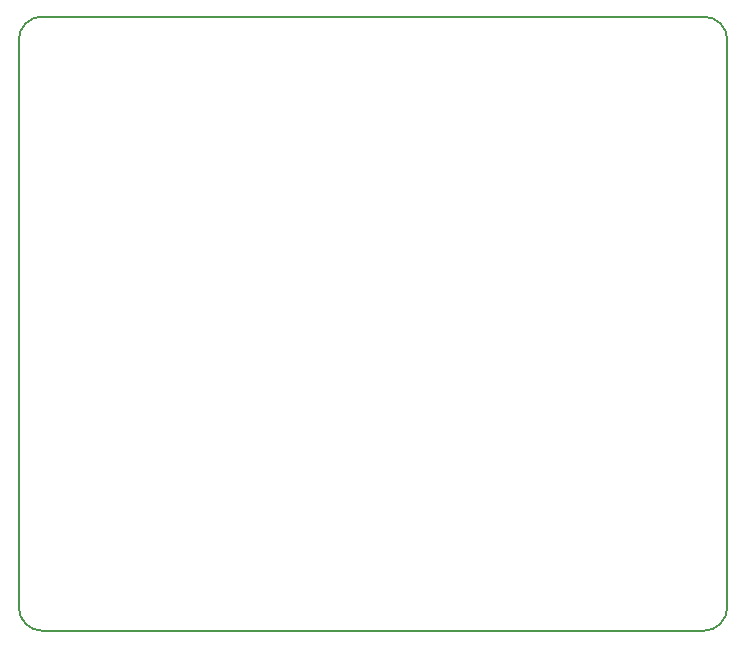
<source format=gm1>
G04 #@! TF.FileFunction,Profile,NP*
%FSLAX46Y46*%
G04 Gerber Fmt 4.6, Leading zero omitted, Abs format (unit mm)*
G04 Created by KiCad (PCBNEW 4.0.6) date 11/03/19 09:37:08*
%MOMM*%
%LPD*%
G01*
G04 APERTURE LIST*
%ADD10C,0.100000*%
%ADD11C,0.150000*%
G04 APERTURE END LIST*
D10*
D11*
X30000000Y-192000000D02*
G75*
G03X32000000Y-194000000I2000000J0D01*
G01*
X88000000Y-194000000D02*
G75*
G03X90000000Y-192000000I0J2000000D01*
G01*
X90000000Y-144000000D02*
G75*
G03X88000000Y-142000000I-2000000J0D01*
G01*
X32000000Y-142000000D02*
G75*
G03X30000000Y-144000000I0J-2000000D01*
G01*
X30000000Y-192000000D02*
X30000000Y-144000000D01*
X88000000Y-194000000D02*
X32000000Y-194000000D01*
X90000000Y-144000000D02*
X90000000Y-192000000D01*
X32000000Y-142000000D02*
X88000000Y-142000000D01*
M02*

</source>
